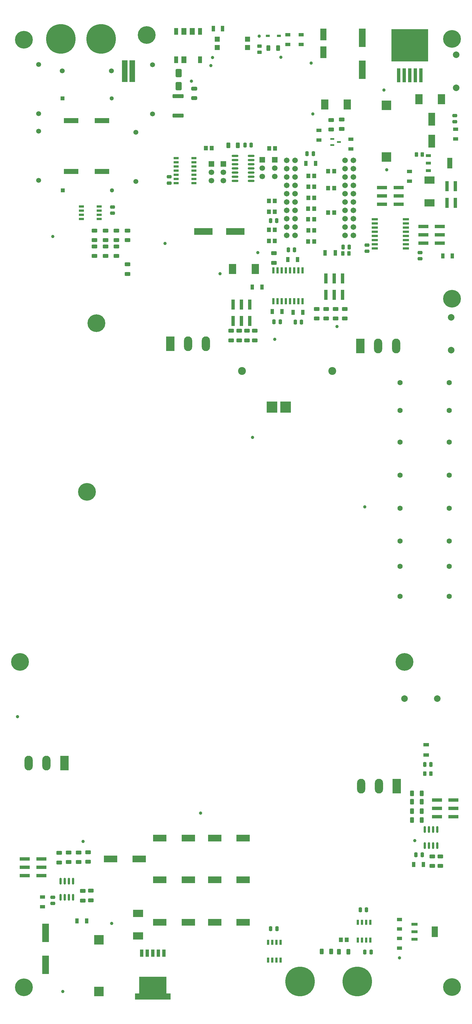
<source format=gts>
G04 #@! TF.GenerationSoftware,KiCad,Pcbnew,9.0.3*
G04 #@! TF.CreationDate,2025-10-06T17:39:24+02:00*
G04 #@! TF.ProjectId,LLC_DCDC_V3,4c4c435f-4443-4444-935f-56332e6b6963,rev?*
G04 #@! TF.SameCoordinates,Original*
G04 #@! TF.FileFunction,Soldermask,Top*
G04 #@! TF.FilePolarity,Negative*
%FSLAX46Y46*%
G04 Gerber Fmt 4.6, Leading zero omitted, Abs format (unit mm)*
G04 Created by KiCad (PCBNEW 9.0.3) date 2025-10-06 17:39:24*
%MOMM*%
%LPD*%
G01*
G04 APERTURE LIST*
G04 Aperture macros list*
%AMRoundRect*
0 Rectangle with rounded corners*
0 $1 Rounding radius*
0 $2 $3 $4 $5 $6 $7 $8 $9 X,Y pos of 4 corners*
0 Add a 4 corners polygon primitive as box body*
4,1,4,$2,$3,$4,$5,$6,$7,$8,$9,$2,$3,0*
0 Add four circle primitives for the rounded corners*
1,1,$1+$1,$2,$3*
1,1,$1+$1,$4,$5*
1,1,$1+$1,$6,$7*
1,1,$1+$1,$8,$9*
0 Add four rect primitives between the rounded corners*
20,1,$1+$1,$2,$3,$4,$5,0*
20,1,$1+$1,$4,$5,$6,$7,0*
20,1,$1+$1,$6,$7,$8,$9,0*
20,1,$1+$1,$8,$9,$2,$3,0*%
G04 Aperture macros list end*
%ADD10C,0.800000*%
%ADD11C,5.400000*%
%ADD12RoundRect,0.250000X-0.625000X0.312500X-0.625000X-0.312500X0.625000X-0.312500X0.625000X0.312500X0*%
%ADD13R,1.150000X1.450000*%
%ADD14R,2.500000X4.500000*%
%ADD15O,2.500000X4.500000*%
%ADD16C,1.000000*%
%ADD17R,2.050000X4.000000*%
%ADD18RoundRect,0.250000X-0.250000X-0.475000X0.250000X-0.475000X0.250000X0.475000X-0.250000X0.475000X0*%
%ADD19R,4.100000X2.000000*%
%ADD20C,1.604000*%
%ADD21RoundRect,0.250000X-0.262500X-0.450000X0.262500X-0.450000X0.262500X0.450000X-0.262500X0.450000X0*%
%ADD22R,0.650000X1.500000*%
%ADD23RoundRect,0.250000X-0.312500X-0.625000X0.312500X-0.625000X0.312500X0.625000X-0.312500X0.625000X0*%
%ADD24R,1.700000X1.700000*%
%ADD25C,1.700000*%
%ADD26C,1.500000*%
%ADD27RoundRect,0.250000X-0.450000X0.262500X-0.450000X-0.262500X0.450000X-0.262500X0.450000X0.262500X0*%
%ADD28R,5.700000X2.000000*%
%ADD29RoundRect,0.250000X0.625000X-0.312500X0.625000X0.312500X-0.625000X0.312500X-0.625000X-0.312500X0*%
%ADD30R,2.900000X3.000000*%
%ADD31R,3.150000X1.000000*%
%ADD32RoundRect,0.250000X0.475000X-0.250000X0.475000X0.250000X-0.475000X0.250000X-0.475000X-0.250000X0*%
%ADD33RoundRect,0.250000X0.312500X0.625000X-0.312500X0.625000X-0.312500X-0.625000X0.312500X-0.625000X0*%
%ADD34RoundRect,0.250000X-0.475000X0.250000X-0.475000X-0.250000X0.475000X-0.250000X0.475000X0.250000X0*%
%ADD35R,1.800000X1.050000*%
%ADD36R,1.050000X1.600000*%
%ADD37R,2.000000X5.700000*%
%ADD38R,1.500000X0.650000*%
%ADD39R,2.250000X3.150000*%
%ADD40RoundRect,0.150000X0.150000X-0.825000X0.150000X0.825000X-0.150000X0.825000X-0.150000X-0.825000X0*%
%ADD41R,1.300000X1.300000*%
%ADD42C,1.300000*%
%ADD43R,1.050000X1.800000*%
%ADD44RoundRect,0.250000X0.250000X0.475000X-0.250000X0.475000X-0.250000X-0.475000X0.250000X-0.475000X0*%
%ADD45R,1.600000X1.500000*%
%ADD46RoundRect,0.250000X0.650000X-1.000000X0.650000X1.000000X-0.650000X1.000000X-0.650000X-1.000000X0*%
%ADD47R,0.650000X1.528000*%
%ADD48R,1.600000X1.050000*%
%ADD49R,1.168000X2.032000*%
%ADD50R,1.524000X2.032000*%
%ADD51C,0.900000*%
%ADD52C,9.000000*%
%ADD53RoundRect,0.250000X0.650000X-0.325000X0.650000X0.325000X-0.650000X0.325000X-0.650000X-0.325000X0*%
%ADD54R,1.850000X3.550000*%
%ADD55RoundRect,0.250000X0.262500X0.450000X-0.262500X0.450000X-0.262500X-0.450000X0.262500X-0.450000X0*%
%ADD56RoundRect,0.150000X-0.825000X-0.150000X0.825000X-0.150000X0.825000X0.150000X-0.825000X0.150000X0*%
%ADD57C,2.400000*%
%ADD58C,2.000000*%
%ADD59R,1.200000X0.750000*%
%ADD60R,1.000000X3.150000*%
%ADD61R,4.450000X1.520000*%
%ADD62R,3.250000X3.400000*%
%ADD63R,0.650000X1.850000*%
%ADD64R,1.950000X0.650000*%
%ADD65R,1.020000X4.320000*%
%ADD66R,11.180000X9.910000*%
%ADD67R,3.150000X2.250000*%
%ADD68C,1.712000*%
%ADD69R,1.500000X0.900000*%
%ADD70R,1.500000X3.200000*%
%ADD71R,1.750000X6.600000*%
%ADD72R,1.070000X2.160000*%
%ADD73R,10.800000X1.910000*%
%ADD74R,8.330000X5.080000*%
%ADD75R,1.050000X1.820000*%
%ADD76RoundRect,0.250000X1.425000X-0.362500X1.425000X0.362500X-1.425000X0.362500X-1.425000X-0.362500X0*%
%ADD77R,1.250000X0.600000*%
%ADD78R,1.525000X0.650000*%
%ADD79R,1.850000X0.900000*%
%ADD80R,1.850000X3.200000*%
G04 APERTURE END LIST*
D10*
X80598109Y-56443109D03*
X80598109Y-59306891D03*
X82030000Y-55850000D03*
D11*
X82030000Y-57875000D03*
X82030000Y-57875000D03*
D10*
X82030000Y-59900000D03*
X83461891Y-56443109D03*
X83461891Y-59306891D03*
X84055000Y-57875000D03*
D12*
X175650000Y-82315000D03*
X175650000Y-85240000D03*
D10*
X117425000Y-56465000D03*
X118018109Y-55033109D03*
X118018109Y-57896891D03*
X119450000Y-54440000D03*
D11*
X119450000Y-56465000D03*
D10*
X119450000Y-58490000D03*
X120881891Y-55033109D03*
X120881891Y-57896891D03*
X121475000Y-56465000D03*
D13*
X170510000Y-99355000D03*
X168710000Y-99355000D03*
D14*
X184540000Y-151165000D03*
D15*
X189990000Y-151165000D03*
X195440000Y-151165000D03*
D16*
X139530000Y-63315000D03*
D17*
X206290000Y-82125000D03*
X206290000Y-88825000D03*
D18*
X184550000Y-323015000D03*
X186450000Y-323015000D03*
D19*
X132160000Y-326765000D03*
X123460000Y-326765000D03*
D20*
X196670000Y-210655000D03*
X211670000Y-210655000D03*
D21*
X204207500Y-281476674D03*
X206032500Y-281476674D03*
D22*
X183815000Y-332185000D03*
X185085000Y-332185000D03*
X186355000Y-332185000D03*
X187625000Y-332185000D03*
X187625000Y-326785000D03*
X186355000Y-326785000D03*
X185085000Y-326785000D03*
X183815000Y-326785000D03*
D23*
X200310000Y-295665000D03*
X203235000Y-295665000D03*
D24*
X139190000Y-95712500D03*
D25*
X139190000Y-98252500D03*
X139190000Y-100792500D03*
D12*
X106880000Y-120867500D03*
X106880000Y-123792500D03*
D19*
X140150000Y-313815000D03*
X148850000Y-313815000D03*
D23*
X178020000Y-335805000D03*
X180945000Y-335805000D03*
D26*
X116170000Y-101075000D03*
X116170000Y-86075000D03*
D16*
X185920000Y-200245000D03*
X196520000Y-337655000D03*
D27*
X153810000Y-59862500D03*
X153810000Y-61687500D03*
D28*
X146440000Y-116275000D03*
X136740000Y-116275000D03*
D10*
X210485000Y-57645000D03*
X211078109Y-56213109D03*
X211078109Y-59076891D03*
X212510000Y-55620000D03*
D11*
X212510000Y-57645000D03*
D10*
X212510000Y-59670000D03*
X213941891Y-56213109D03*
X213941891Y-59076891D03*
X214535000Y-57645000D03*
D16*
X125020000Y-119935000D03*
D29*
X98670000Y-308445000D03*
X98670000Y-305520000D03*
D19*
X140150000Y-301105000D03*
X148850000Y-301105000D03*
D29*
X147600000Y-149495000D03*
X147600000Y-146570000D03*
D30*
X104910000Y-332155000D03*
X104910000Y-347855000D03*
D16*
X80060000Y-264175000D03*
X177460000Y-145225000D03*
D13*
X170510000Y-106025000D03*
X168710000Y-106025000D03*
D23*
X200310000Y-287525000D03*
X203235000Y-287525000D03*
D12*
X174150000Y-139920000D03*
X174150000Y-142845000D03*
D31*
X212942500Y-294575000D03*
X207892500Y-294575000D03*
X212942500Y-292035000D03*
X207892500Y-292035000D03*
X212942500Y-289495000D03*
X207892500Y-289495000D03*
D29*
X103570000Y-123792500D03*
X103570000Y-120867500D03*
D12*
X208910000Y-306712500D03*
X208910000Y-309637500D03*
D29*
X152410000Y-149495000D03*
X152410000Y-146570000D03*
D20*
X196670000Y-170845000D03*
X211670000Y-170845000D03*
X196670000Y-190555000D03*
X211670000Y-190555000D03*
D12*
X106880000Y-116017500D03*
X106880000Y-118942500D03*
D32*
X202780000Y-124605000D03*
X202780000Y-122705000D03*
D31*
X203760000Y-114815000D03*
X208810000Y-114815000D03*
X203760000Y-117355000D03*
X208810000Y-117355000D03*
X203760000Y-119895000D03*
X208810000Y-119895000D03*
D13*
X158560000Y-90982500D03*
X156760000Y-90982500D03*
X178620000Y-332135000D03*
X180420000Y-332135000D03*
X158460000Y-115780000D03*
X156660000Y-115780000D03*
D31*
X191190000Y-102945000D03*
X196240000Y-102945000D03*
X191190000Y-105485000D03*
X196240000Y-105485000D03*
X191190000Y-108025000D03*
X196240000Y-108025000D03*
D16*
X90830000Y-117855000D03*
X135880000Y-293495000D03*
D31*
X82290000Y-307465000D03*
X87340000Y-307465000D03*
X82290000Y-310005000D03*
X87340000Y-310005000D03*
X82290000Y-312545000D03*
X87340000Y-312545000D03*
D13*
X168670000Y-112540000D03*
X170470000Y-112540000D03*
D33*
X203235000Y-290065000D03*
X200310000Y-290065000D03*
D34*
X90850000Y-319165000D03*
X90850000Y-321065000D03*
D35*
X204590000Y-272715000D03*
X204590000Y-275815000D03*
D36*
X200850000Y-309205000D03*
X203800000Y-309205000D03*
D37*
X88670000Y-339705000D03*
X88670000Y-330005000D03*
D38*
X99550000Y-108670000D03*
X99550000Y-109940000D03*
X99550000Y-111210000D03*
X99550000Y-112480000D03*
X104950000Y-112480000D03*
X104950000Y-111210000D03*
X104950000Y-109940000D03*
X104950000Y-108670000D03*
D39*
X180610000Y-77625000D03*
X173710000Y-77625000D03*
D14*
X195675000Y-285335000D03*
D15*
X190225000Y-285335000D03*
X184775000Y-285335000D03*
D20*
X196670000Y-200605000D03*
X211670000Y-200605000D03*
D40*
X93200000Y-319205000D03*
X94470000Y-319205000D03*
X95740000Y-319205000D03*
X97010000Y-319205000D03*
X97010000Y-314255000D03*
X95740000Y-314255000D03*
X94470000Y-314255000D03*
X93200000Y-314255000D03*
D23*
X144335000Y-90052500D03*
X147260000Y-90052500D03*
D41*
X93800000Y-75785000D03*
D42*
X108800000Y-75785000D03*
D29*
X179850000Y-142845000D03*
X179850000Y-139920000D03*
D39*
X202410000Y-75985000D03*
X209310000Y-75985000D03*
D43*
X173830000Y-122855000D03*
X176930000Y-122855000D03*
D44*
X166639000Y-143874000D03*
X164739000Y-143874000D03*
D36*
X165385000Y-124885000D03*
X162435000Y-124885000D03*
D12*
X178910000Y-82165000D03*
X178910000Y-85090000D03*
X95640000Y-305525000D03*
X95640000Y-308450000D03*
D45*
X150140000Y-60245000D03*
X150140000Y-57705000D03*
X140920000Y-57705000D03*
X140920000Y-60245000D03*
D44*
X181190000Y-121025000D03*
X179290000Y-121025000D03*
D16*
X133060000Y-70515000D03*
D46*
X129170000Y-72032500D03*
X129170000Y-68032500D03*
D16*
X160360000Y-63255000D03*
D12*
X113610000Y-126295000D03*
X113610000Y-129220000D03*
D16*
X93860000Y-347865000D03*
D44*
X160160000Y-143815000D03*
X158260000Y-143815000D03*
D13*
X158460000Y-110270000D03*
X156660000Y-110270000D03*
D47*
X156445000Y-338325000D03*
X157715000Y-338325000D03*
X158985000Y-338325000D03*
X160255000Y-338325000D03*
X160255000Y-332903000D03*
X158985000Y-332903000D03*
X157715000Y-332903000D03*
X156445000Y-332903000D03*
D34*
X109040000Y-108835000D03*
X109040000Y-110735000D03*
D10*
X195975000Y-247460000D03*
X196568109Y-246028109D03*
X196568109Y-248891891D03*
X198000000Y-245435000D03*
D11*
X198000000Y-247460000D03*
D10*
X198000000Y-249485000D03*
X199431891Y-246028109D03*
X199431891Y-248891891D03*
X200025000Y-247460000D03*
D23*
X172767500Y-335715000D03*
X175692500Y-335715000D03*
D13*
X170510000Y-102695000D03*
X168710000Y-102695000D03*
D48*
X213570000Y-85125000D03*
X213570000Y-88075000D03*
D26*
X93670000Y-67345000D03*
X108670000Y-67345000D03*
D48*
X196520000Y-334655000D03*
X196520000Y-331705000D03*
D49*
X128428000Y-63991000D03*
D50*
X130790000Y-63991000D03*
D49*
X135692000Y-63991000D03*
X135692000Y-55355000D03*
D50*
X133330000Y-55355000D03*
X130790000Y-55355000D03*
D49*
X128428000Y-55355000D03*
D24*
X154710000Y-94492500D03*
D25*
X154710000Y-97032500D03*
X154710000Y-99572500D03*
D51*
X89903000Y-57660000D03*
X90891515Y-55273515D03*
X90891515Y-60046485D03*
X93278000Y-54285000D03*
D52*
X93278000Y-57660000D03*
D51*
X93278000Y-61035000D03*
X95664485Y-55273515D03*
X95664485Y-60046485D03*
X96653000Y-57660000D03*
D36*
X160685000Y-140725000D03*
X157735000Y-140725000D03*
D16*
X169540000Y-64960000D03*
D53*
X133950000Y-75700000D03*
X133950000Y-72750000D03*
D16*
X158470000Y-149135000D03*
D20*
X196670000Y-227505000D03*
X211670000Y-227505000D03*
D16*
X201150000Y-301925000D03*
D32*
X213350000Y-82875000D03*
X213350000Y-80975000D03*
D54*
X173310000Y-61685000D03*
X173310000Y-56285000D03*
D13*
X139260000Y-90875000D03*
X137460000Y-90875000D03*
D55*
X203474500Y-92830000D03*
X201649500Y-92830000D03*
D18*
X201510000Y-306215000D03*
X203410000Y-306215000D03*
D56*
X146355000Y-93242500D03*
X146355000Y-94512500D03*
X146355000Y-95782500D03*
X146355000Y-97052500D03*
X146355000Y-98322500D03*
X146355000Y-99592500D03*
X146355000Y-100862500D03*
X151305000Y-100862500D03*
X151305000Y-99592500D03*
X151305000Y-98322500D03*
X151305000Y-97052500D03*
X151305000Y-95782500D03*
X151305000Y-94512500D03*
X151305000Y-93242500D03*
D13*
X174760000Y-97960000D03*
X176560000Y-97960000D03*
D36*
X212610000Y-123755000D03*
X209660000Y-123755000D03*
D20*
X196670000Y-162385000D03*
X211670000Y-162385000D03*
D57*
X148530000Y-158795000D03*
X176030000Y-158795000D03*
D36*
X154565000Y-133225000D03*
X151615000Y-133225000D03*
D40*
X204197500Y-303457500D03*
X205467500Y-303457500D03*
X206737500Y-303457500D03*
X208007500Y-303457500D03*
X208007500Y-298507500D03*
X206737500Y-298507500D03*
X205467500Y-298507500D03*
X204197500Y-298507500D03*
D58*
X212210000Y-142455000D03*
X212210000Y-152455000D03*
D29*
X103570000Y-118942500D03*
X103570000Y-116017500D03*
D48*
X166490000Y-59350000D03*
X166490000Y-56400000D03*
D16*
X100100000Y-302165000D03*
D48*
X162500000Y-59350000D03*
X162500000Y-56400000D03*
D10*
X79990000Y-346615000D03*
X80583109Y-345183109D03*
X80583109Y-348046891D03*
X82015000Y-344590000D03*
D11*
X82015000Y-346615000D03*
D10*
X82015000Y-348640000D03*
X83446891Y-345183109D03*
X83446891Y-348046891D03*
X84040000Y-346615000D03*
D59*
X159750000Y-56671000D03*
X156350000Y-56671000D03*
D55*
X181085000Y-123005000D03*
X179260000Y-123005000D03*
D12*
X206470000Y-306712500D03*
X206470000Y-309637500D03*
D16*
X141840000Y-129160000D03*
D13*
X174760000Y-103120000D03*
X176560000Y-103120000D03*
D36*
X98195000Y-326345000D03*
X101145000Y-326345000D03*
D10*
X102065000Y-144250000D03*
X102658109Y-142818109D03*
X102658109Y-145681891D03*
X104090000Y-142225000D03*
D11*
X104090000Y-144250000D03*
D10*
X104090000Y-146275000D03*
X105521891Y-142818109D03*
X105521891Y-145681891D03*
X106115000Y-144250000D03*
D16*
X151680000Y-179075000D03*
D14*
X126610000Y-150475000D03*
D15*
X132060000Y-150475000D03*
X137510000Y-150475000D03*
D58*
X213770000Y-62495000D03*
X213770000Y-72495000D03*
D13*
X168670000Y-119360000D03*
X170470000Y-119360000D03*
D60*
X150890000Y-138535000D03*
X150890000Y-143585000D03*
X148350000Y-138535000D03*
X148350000Y-143585000D03*
X145810000Y-138535000D03*
X145810000Y-143585000D03*
D61*
X96380000Y-82555000D03*
X96380000Y-98045000D03*
X105780000Y-82555000D03*
X105780000Y-98045000D03*
D13*
X168680000Y-109335000D03*
X170480000Y-109335000D03*
D16*
X153750000Y-56825000D03*
D19*
X132160000Y-313815000D03*
X123460000Y-313815000D03*
D62*
X157660000Y-169815000D03*
X161760000Y-169815000D03*
D26*
X121200000Y-65515000D03*
X121200000Y-80515000D03*
D63*
X166905000Y-128200000D03*
X165635000Y-128200000D03*
X164365000Y-128200000D03*
X163095000Y-128200000D03*
X161825000Y-128200000D03*
X160555000Y-128200000D03*
X159285000Y-128200000D03*
X158015000Y-128200000D03*
X158015000Y-137550000D03*
X159285000Y-137550000D03*
X160555000Y-137550000D03*
X161825000Y-137550000D03*
X163095000Y-137550000D03*
X164365000Y-137550000D03*
X165635000Y-137550000D03*
X166905000Y-137550000D03*
D51*
X180241485Y-344791485D03*
X181230000Y-342405000D03*
X181230000Y-347177970D03*
X183616485Y-341416485D03*
D52*
X183616485Y-344791485D03*
D51*
X183616485Y-348166485D03*
X186002970Y-342405000D03*
X186002970Y-347177970D03*
X186991485Y-344791485D03*
D29*
X150000000Y-149495000D03*
X150000000Y-146570000D03*
X110190000Y-118942500D03*
X110190000Y-116017500D03*
D36*
X167040000Y-140955000D03*
X164090000Y-140955000D03*
D29*
X110190000Y-123792500D03*
X110190000Y-120867500D03*
D14*
X94370000Y-278265000D03*
D15*
X88920000Y-278265000D03*
X83470000Y-278265000D03*
D64*
X198416000Y-121481000D03*
X198416000Y-120211000D03*
X198416000Y-118941000D03*
X198416000Y-117671000D03*
X198416000Y-116401000D03*
X198416000Y-115131000D03*
X198416000Y-113861000D03*
X198416000Y-112591000D03*
X188966000Y-112591000D03*
X188966000Y-113861000D03*
X188966000Y-115131000D03*
X188966000Y-116401000D03*
X188966000Y-117671000D03*
X188966000Y-118941000D03*
X188966000Y-120211000D03*
X188966000Y-121481000D03*
D12*
X113610000Y-116017500D03*
X113610000Y-118942500D03*
D16*
X153300000Y-122705000D03*
D60*
X210930000Y-107560000D03*
X210930000Y-102510000D03*
X213470000Y-107560000D03*
X213470000Y-102510000D03*
D65*
X196250000Y-68725000D03*
X197950000Y-68725000D03*
X199650000Y-68725000D03*
X201350000Y-68725000D03*
X203050000Y-68725000D03*
D66*
X199650000Y-59580000D03*
D29*
X102430000Y-320077500D03*
X102430000Y-317152500D03*
D33*
X159462500Y-60445000D03*
X156537500Y-60445000D03*
D44*
X170210000Y-92615000D03*
X168310000Y-92615000D03*
D16*
X138990000Y-65765000D03*
D48*
X87710000Y-319080000D03*
X87710000Y-322030000D03*
D16*
X170120000Y-80525000D03*
D10*
X210485000Y-136775000D03*
X211078109Y-135343109D03*
X211078109Y-138206891D03*
X212510000Y-134750000D03*
D11*
X212510000Y-136775000D03*
D10*
X212510000Y-138800000D03*
X213941891Y-135343109D03*
X213941891Y-138206891D03*
X214535000Y-136775000D03*
D32*
X126290000Y-101565000D03*
X126290000Y-99665000D03*
D67*
X205630000Y-107575000D03*
X205630000Y-100675000D03*
D16*
X108820000Y-327105000D03*
D26*
X86474000Y-85727000D03*
X86474000Y-100727000D03*
D29*
X158190000Y-125840000D03*
X158190000Y-122915000D03*
D10*
X78845000Y-247460000D03*
X79438109Y-246028109D03*
X79438109Y-248891891D03*
X80870000Y-245435000D03*
D11*
X80870000Y-247460000D03*
D10*
X80870000Y-249485000D03*
X82301891Y-246028109D03*
X82301891Y-248891891D03*
X82895000Y-247460000D03*
D41*
X93890000Y-103785000D03*
D42*
X108890000Y-103785000D03*
D68*
X162150000Y-94635000D03*
X162150000Y-97175000D03*
X162150000Y-99715000D03*
X162150000Y-102255000D03*
X162150000Y-104795000D03*
X162150000Y-107335000D03*
X162150000Y-109875000D03*
X162150000Y-112415000D03*
X162150000Y-114955000D03*
X162150000Y-117495000D03*
X164690000Y-94635000D03*
X164690000Y-97175000D03*
X164690000Y-99715000D03*
X164690000Y-102255000D03*
X164690000Y-104795000D03*
X164690000Y-107335000D03*
X164690000Y-109875000D03*
X164690000Y-112415000D03*
X164690000Y-114955000D03*
X164690000Y-117495000D03*
X179930000Y-94635000D03*
X179930000Y-97175000D03*
X179930000Y-99715000D03*
X179930000Y-102255000D03*
X179930000Y-104795000D03*
X179930000Y-107335000D03*
X179930000Y-109875000D03*
X179930000Y-112415000D03*
X179930000Y-114955000D03*
X179930000Y-117495000D03*
X182470000Y-94635000D03*
X182470000Y-97175000D03*
X182470000Y-99715000D03*
X182470000Y-102255000D03*
X182470000Y-104795000D03*
X182470000Y-107335000D03*
X182470000Y-109875000D03*
X182470000Y-112415000D03*
X182470000Y-114955000D03*
X182470000Y-117495000D03*
D19*
X132160000Y-301105000D03*
X123460000Y-301105000D03*
D48*
X181710000Y-88175000D03*
X181710000Y-91125000D03*
D69*
X205340000Y-93175000D03*
X205340000Y-95475000D03*
X205340000Y-97775000D03*
D70*
X211840000Y-95475000D03*
D19*
X140150000Y-326765000D03*
X148850000Y-326765000D03*
D48*
X196495000Y-325905000D03*
X196495000Y-328855000D03*
D12*
X145170000Y-146570000D03*
X145170000Y-149495000D03*
D44*
X164530000Y-121935000D03*
X162630000Y-121935000D03*
D30*
X192500000Y-77895000D03*
X192500000Y-93595000D03*
D13*
X176560000Y-110570000D03*
X174760000Y-110570000D03*
X156660000Y-106970000D03*
X158460000Y-106970000D03*
D20*
X196670000Y-180505000D03*
X211670000Y-180505000D03*
D29*
X99980000Y-320157500D03*
X99980000Y-317232500D03*
D67*
X116810000Y-330955000D03*
X116810000Y-324055000D03*
D12*
X101560000Y-305422500D03*
X101560000Y-308347500D03*
X92810000Y-305640000D03*
X92810000Y-308565000D03*
D10*
X99256891Y-195635000D03*
X99850000Y-194203109D03*
X99850000Y-197066891D03*
X101281891Y-193610000D03*
D11*
X101281891Y-195635000D03*
D10*
X101281891Y-197660000D03*
X102713782Y-194203109D03*
X102713782Y-197066891D03*
X103306891Y-195635000D03*
D48*
X171900000Y-85485000D03*
X171900000Y-88435000D03*
D32*
X186601000Y-122326000D03*
X186601000Y-120426000D03*
D16*
X191770000Y-73215000D03*
D13*
X158460000Y-119200000D03*
X156660000Y-119200000D03*
D51*
X102149000Y-57660000D03*
X103137515Y-55273515D03*
X103137515Y-60046485D03*
X105524000Y-54285000D03*
D52*
X105524000Y-57660000D03*
D51*
X105524000Y-61035000D03*
X107910485Y-55273515D03*
X107910485Y-60046485D03*
X108899000Y-57660000D03*
D18*
X204190000Y-278696674D03*
X206090000Y-278696674D03*
D44*
X159085000Y-113020000D03*
X157185000Y-113020000D03*
D19*
X117120000Y-307505000D03*
X108420000Y-307505000D03*
D18*
X185920000Y-335865000D03*
X187820000Y-335865000D03*
D39*
X152540000Y-127765000D03*
X145640000Y-127765000D03*
D71*
X112770000Y-67455000D03*
X115070000Y-67455000D03*
D60*
X179140000Y-130595000D03*
X179140000Y-135645000D03*
X176600000Y-130595000D03*
X176600000Y-135645000D03*
X174060000Y-130595000D03*
X174060000Y-135645000D03*
D13*
X168710000Y-115980000D03*
X170510000Y-115980000D03*
D48*
X199570000Y-100955000D03*
X199570000Y-98005000D03*
D36*
X170930000Y-95565000D03*
X167980000Y-95565000D03*
D26*
X86474000Y-80400000D03*
X86474000Y-65400000D03*
D72*
X124700000Y-336176000D03*
X123000000Y-336176000D03*
X121300000Y-336176000D03*
X119600000Y-336176000D03*
X117900000Y-336176000D03*
D73*
X121300000Y-349391000D03*
D74*
X121300000Y-345895000D03*
D51*
X162791485Y-344791485D03*
X163780000Y-342405000D03*
X163780000Y-347177970D03*
X166166485Y-341416485D03*
D52*
X166166485Y-344791485D03*
D51*
X166166485Y-348166485D03*
X168552970Y-342405000D03*
X168552970Y-347177970D03*
X169541485Y-344791485D03*
D75*
X139770000Y-54505000D03*
X142550000Y-54505000D03*
D29*
X171280000Y-142845000D03*
X171280000Y-139920000D03*
D10*
X210476891Y-346536891D03*
X211070000Y-345105000D03*
X211070000Y-347968782D03*
X212501891Y-344511891D03*
D11*
X212501891Y-346536891D03*
D10*
X212501891Y-348561891D03*
X213933782Y-345105000D03*
X213933782Y-347968782D03*
X214526891Y-346536891D03*
D76*
X128990000Y-81015000D03*
X128990000Y-75090000D03*
D77*
X175970000Y-88095000D03*
X175970000Y-89995000D03*
X178070000Y-89045000D03*
D18*
X149410000Y-89942500D03*
X151310000Y-89942500D03*
X157250000Y-328755000D03*
X159150000Y-328755000D03*
D24*
X158460000Y-94492500D03*
D25*
X158460000Y-97032500D03*
X158460000Y-99572500D03*
D29*
X177040000Y-142845000D03*
X177040000Y-139920000D03*
D24*
X142830000Y-95712500D03*
D25*
X142830000Y-98252500D03*
X142830000Y-100792500D03*
D20*
X196670000Y-218305000D03*
X211670000Y-218305000D03*
D58*
X198030000Y-258600000D03*
X208030000Y-258600000D03*
D78*
X133844000Y-101615000D03*
X133844000Y-100345000D03*
X133844000Y-99075000D03*
X133844000Y-97805000D03*
X133844000Y-96535000D03*
X133844000Y-95265000D03*
X133844000Y-93995000D03*
X128420000Y-93995000D03*
X128420000Y-95265000D03*
X128420000Y-96535000D03*
X128420000Y-97805000D03*
X128420000Y-99075000D03*
X128420000Y-100345000D03*
X128420000Y-101615000D03*
D16*
X192610000Y-97535000D03*
D37*
X185180000Y-67005000D03*
X185180000Y-57305000D03*
D79*
X201040000Y-327365000D03*
X201040000Y-329665000D03*
X201040000Y-331965000D03*
D80*
X207240000Y-329665000D03*
D23*
X200310000Y-292935000D03*
X203235000Y-292935000D03*
M02*

</source>
